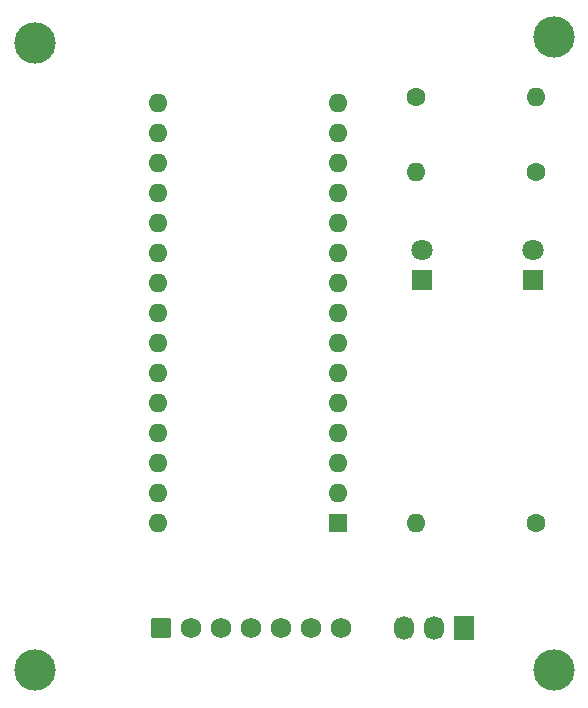
<source format=gbr>
%TF.GenerationSoftware,KiCad,Pcbnew,7.0.7*%
%TF.CreationDate,2024-02-13T22:49:07-05:00*%
%TF.ProjectId,ControlAcceso,436f6e74-726f-46c4-9163-6365736f2e6b,rev?*%
%TF.SameCoordinates,Original*%
%TF.FileFunction,Soldermask,Top*%
%TF.FilePolarity,Negative*%
%FSLAX46Y46*%
G04 Gerber Fmt 4.6, Leading zero omitted, Abs format (unit mm)*
G04 Created by KiCad (PCBNEW 7.0.7) date 2024-02-13 22:49:07*
%MOMM*%
%LPD*%
G01*
G04 APERTURE LIST*
G04 Aperture macros list*
%AMRoundRect*
0 Rectangle with rounded corners*
0 $1 Rounding radius*
0 $2 $3 $4 $5 $6 $7 $8 $9 X,Y pos of 4 corners*
0 Add a 4 corners polygon primitive as box body*
4,1,4,$2,$3,$4,$5,$6,$7,$8,$9,$2,$3,0*
0 Add four circle primitives for the rounded corners*
1,1,$1+$1,$2,$3*
1,1,$1+$1,$4,$5*
1,1,$1+$1,$6,$7*
1,1,$1+$1,$8,$9*
0 Add four rect primitives between the rounded corners*
20,1,$1+$1,$2,$3,$4,$5,0*
20,1,$1+$1,$4,$5,$6,$7,0*
20,1,$1+$1,$6,$7,$8,$9,0*
20,1,$1+$1,$8,$9,$2,$3,0*%
G04 Aperture macros list end*
%ADD10R,1.730000X2.030000*%
%ADD11O,1.730000X2.030000*%
%ADD12C,3.500000*%
%ADD13C,1.600000*%
%ADD14O,1.600000X1.600000*%
%ADD15R,1.800000X1.800000*%
%ADD16C,1.800000*%
%ADD17R,1.600000X1.600000*%
%ADD18RoundRect,0.250000X-0.620000X-0.620000X0.620000X-0.620000X0.620000X0.620000X-0.620000X0.620000X0*%
%ADD19C,1.740000*%
G04 APERTURE END LIST*
D10*
%TO.C,Salida1*%
X234188000Y-88900000D03*
D11*
X231648000Y-88900000D03*
X229108000Y-88900000D03*
%TD*%
D12*
%TO.C,*%
X197866000Y-92456000D03*
%TD*%
%TO.C,*%
X197866000Y-39370000D03*
%TD*%
D13*
%TO.C,R1*%
X240284000Y-50292000D03*
D14*
X230124000Y-50292000D03*
%TD*%
D13*
%TO.C,R3*%
X240284000Y-80010000D03*
D14*
X230124000Y-80010000D03*
%TD*%
D15*
%TO.C,D1*%
X240030000Y-59436000D03*
D16*
X240030000Y-56896000D03*
%TD*%
D17*
%TO.C,A1*%
X223510000Y-80010000D03*
D14*
X223510000Y-77470000D03*
X223510000Y-74930000D03*
X223510000Y-72390000D03*
X223510000Y-69850000D03*
X223510000Y-67310000D03*
X223510000Y-64770000D03*
X223510000Y-62230000D03*
X223510000Y-59690000D03*
X223510000Y-57150000D03*
X223510000Y-54610000D03*
X223510000Y-52070000D03*
X223510000Y-49530000D03*
X223510000Y-46990000D03*
X223510000Y-44450000D03*
X208270000Y-44450000D03*
X208270000Y-46990000D03*
X208270000Y-49530000D03*
X208270000Y-52070000D03*
X208270000Y-54610000D03*
X208270000Y-57150000D03*
X208270000Y-59690000D03*
X208270000Y-62230000D03*
X208270000Y-64770000D03*
X208270000Y-67310000D03*
X208270000Y-69850000D03*
X208270000Y-72390000D03*
X208270000Y-74930000D03*
X208270000Y-77470000D03*
X208270000Y-80010000D03*
%TD*%
D12*
%TO.C,*%
X241808000Y-38862000D03*
%TD*%
D18*
%TO.C,RFID1*%
X208534000Y-88900000D03*
D19*
X211074000Y-88900000D03*
X213614000Y-88900000D03*
X216154000Y-88900000D03*
X218694000Y-88900000D03*
X221234000Y-88900000D03*
X223774000Y-88900000D03*
%TD*%
D13*
%TO.C,R2*%
X230124000Y-43942000D03*
D14*
X240284000Y-43942000D03*
%TD*%
D15*
%TO.C,D2*%
X230632000Y-59436000D03*
D16*
X230632000Y-56896000D03*
%TD*%
D12*
%TO.C,*%
X241808000Y-92456000D03*
%TD*%
M02*

</source>
